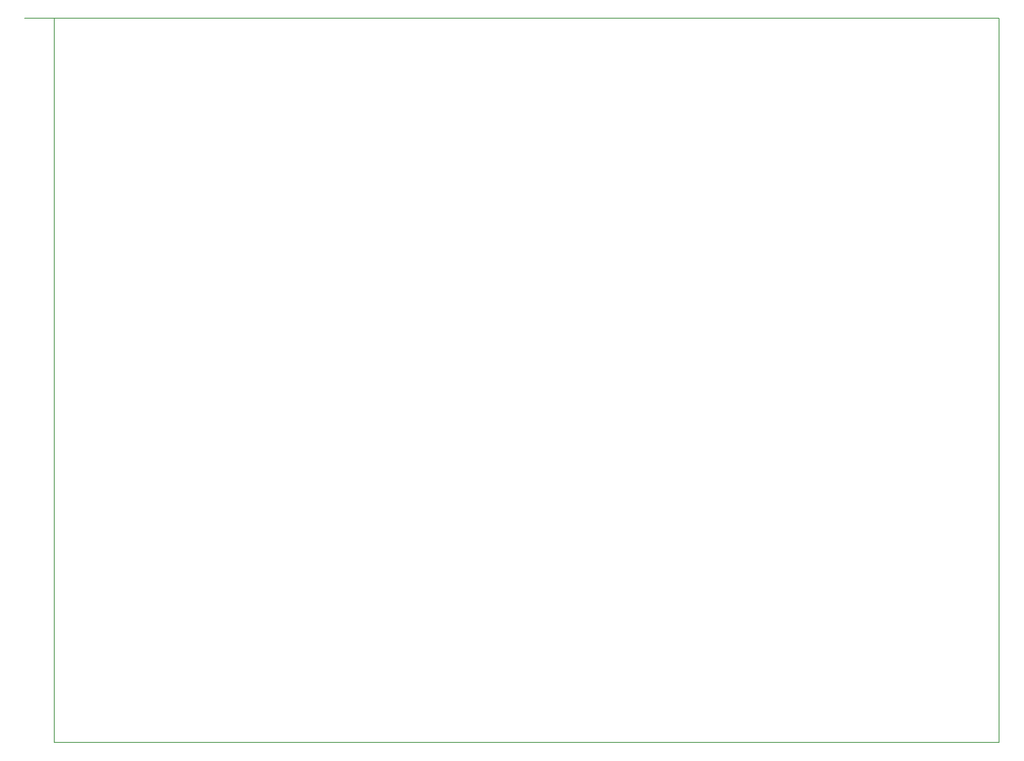
<source format=gbr>
G04 EAGLE Gerber X2 export*
%TF.Part,Single*%
%TF.FileFunction,Copper,L1,Top,Mixed*%
%TF.FilePolarity,Positive*%
%TF.GenerationSoftware,Autodesk,EAGLE,8.7.1*%
%TF.CreationDate,2018-04-24T03:41:40Z*%
G75*
%MOMM*%
%FSLAX34Y34*%
%LPD*%
%AMOC8*
5,1,8,0,0,1.08239X$1,22.5*%
G01*
%ADD10C,0.152400*%


D10*
X-317500Y647700D02*
X-254000Y647700D01*
X1765300Y647700D01*
X1765300Y-901700D01*
X-254000Y-901700D01*
X-254000Y647700D01*
M02*

</source>
